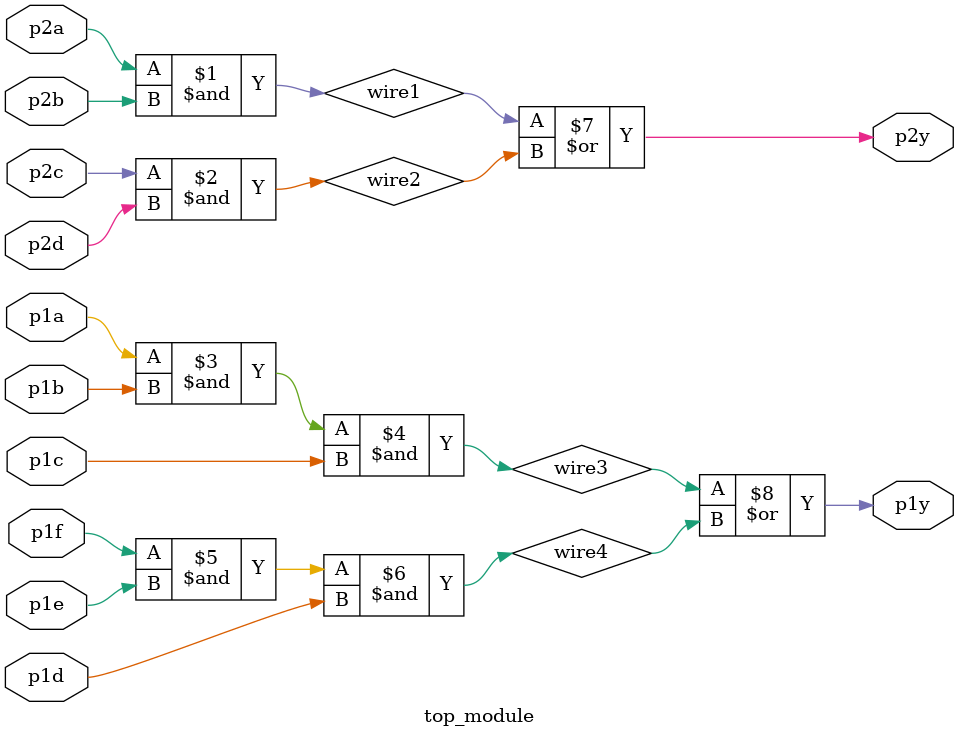
<source format=v>
module top_module ( 
    input p1a, p1b, p1c, p1d, p1e, p1f,
    output p1y,
    input p2a, p2b, p2c, p2d,
    output p2y );
    
    wire wire1, wire2, wire3, wire4;
    assign wire1 = p2a & p2b; 
    assign wire2 = p2c & p2d;
    assign wire3 = p1a & p1b & p1c; 
    assign wire4 = p1f & p1e & p1d;
    assign p2y = wire1 | wire2; 
    assign p1y = wire3 | wire4;


endmodule

</source>
